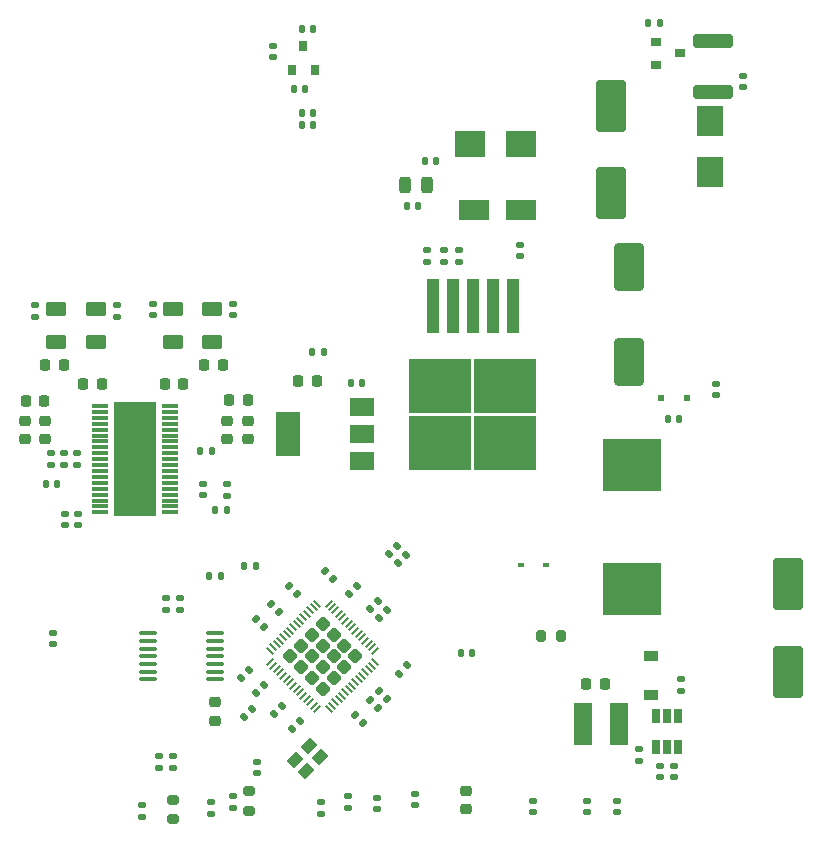
<source format=gbr>
G04 #@! TF.GenerationSoftware,KiCad,Pcbnew,(6.0.7)*
G04 #@! TF.CreationDate,2022-07-29T08:46:11-07:00*
G04 #@! TF.ProjectId,SJ-201-R10,534a2d32-3031-42d5-9231-302e6b696361,rev?*
G04 #@! TF.SameCoordinates,Original*
G04 #@! TF.FileFunction,Paste,Top*
G04 #@! TF.FilePolarity,Positive*
%FSLAX46Y46*%
G04 Gerber Fmt 4.6, Leading zero omitted, Abs format (unit mm)*
G04 Created by KiCad (PCBNEW (6.0.7)) date 2022-07-29 08:46:11*
%MOMM*%
%LPD*%
G01*
G04 APERTURE LIST*
G04 Aperture macros list*
%AMRoundRect*
0 Rectangle with rounded corners*
0 $1 Rounding radius*
0 $2 $3 $4 $5 $6 $7 $8 $9 X,Y pos of 4 corners*
0 Add a 4 corners polygon primitive as box body*
4,1,4,$2,$3,$4,$5,$6,$7,$8,$9,$2,$3,0*
0 Add four circle primitives for the rounded corners*
1,1,$1+$1,$2,$3*
1,1,$1+$1,$4,$5*
1,1,$1+$1,$6,$7*
1,1,$1+$1,$8,$9*
0 Add four rect primitives between the rounded corners*
20,1,$1+$1,$2,$3,$4,$5,0*
20,1,$1+$1,$4,$5,$6,$7,0*
20,1,$1+$1,$6,$7,$8,$9,0*
20,1,$1+$1,$8,$9,$2,$3,0*%
%AMRotRect*
0 Rectangle, with rotation*
0 The origin of the aperture is its center*
0 $1 length*
0 $2 width*
0 $3 Rotation angle, in degrees counterclockwise*
0 Add horizontal line*
21,1,$1,$2,0,0,$3*%
G04 Aperture macros list end*
%ADD10C,0.152400*%
%ADD11RoundRect,0.147500X0.172500X-0.147500X0.172500X0.147500X-0.172500X0.147500X-0.172500X-0.147500X0*%
%ADD12RoundRect,0.147500X-0.147500X-0.172500X0.147500X-0.172500X0.147500X0.172500X-0.147500X0.172500X0*%
%ADD13R,0.900000X0.800000*%
%ADD14RoundRect,0.147500X-0.172500X0.147500X-0.172500X-0.147500X0.172500X-0.147500X0.172500X0.147500X0*%
%ADD15R,5.000000X4.500000*%
%ADD16R,1.500000X3.600000*%
%ADD17R,0.800000X0.900000*%
%ADD18RoundRect,0.147500X0.147500X0.172500X-0.147500X0.172500X-0.147500X-0.172500X0.147500X-0.172500X0*%
%ADD19RoundRect,0.147500X-0.017678X0.226274X-0.226274X0.017678X0.017678X-0.226274X0.226274X-0.017678X0*%
%ADD20RoundRect,0.147500X-0.226274X-0.017678X-0.017678X-0.226274X0.226274X0.017678X0.017678X0.226274X0*%
%ADD21R,0.500000X0.500000*%
%ADD22RoundRect,0.147500X0.017678X-0.226274X0.226274X-0.017678X-0.017678X0.226274X-0.226274X0.017678X0*%
%ADD23R,5.250000X4.550000*%
%ADD24R,1.100000X4.600000*%
%ADD25RoundRect,0.250000X-1.000000X1.750000X-1.000000X-1.750000X1.000000X-1.750000X1.000000X1.750000X0*%
%ADD26RoundRect,0.147500X0.226274X0.017678X0.017678X0.226274X-0.226274X-0.017678X-0.017678X-0.226274X0*%
%ADD27R,2.500000X1.800000*%
%ADD28RoundRect,0.250000X-1.000000X1.950000X-1.000000X-1.950000X1.000000X-1.950000X1.000000X1.950000X0*%
%ADD29RoundRect,0.100000X-0.637500X-0.100000X0.637500X-0.100000X0.637500X0.100000X-0.637500X0.100000X0*%
%ADD30RoundRect,0.218750X0.256250X-0.218750X0.256250X0.218750X-0.256250X0.218750X-0.256250X-0.218750X0*%
%ADD31R,1.200000X0.900000*%
%ADD32RotRect,1.100000X0.900000X45.000000*%
%ADD33RoundRect,0.250000X1.450000X-0.312500X1.450000X0.312500X-1.450000X0.312500X-1.450000X-0.312500X0*%
%ADD34R,0.650000X1.220000*%
%ADD35RoundRect,0.218750X-0.218750X-0.256250X0.218750X-0.256250X0.218750X0.256250X-0.218750X0.256250X0*%
%ADD36RoundRect,0.243750X0.243750X0.456250X-0.243750X0.456250X-0.243750X-0.456250X0.243750X-0.456250X0*%
%ADD37RoundRect,0.218750X-0.256250X0.218750X-0.256250X-0.218750X0.256250X-0.218750X0.256250X0.218750X0*%
%ADD38R,2.000000X1.500000*%
%ADD39R,2.000000X3.800000*%
%ADD40R,1.400000X0.299999*%
%ADD41R,3.600000X9.700001*%
%ADD42RoundRect,0.250000X-0.625000X0.375000X-0.625000X-0.375000X0.625000X-0.375000X0.625000X0.375000X0*%
%ADD43RoundRect,0.218750X0.218750X0.256250X-0.218750X0.256250X-0.218750X-0.256250X0.218750X-0.256250X0*%
%ADD44RoundRect,0.135000X0.135000X0.185000X-0.135000X0.185000X-0.135000X-0.185000X0.135000X-0.185000X0*%
%ADD45RoundRect,0.249999X0.388910X0.000000X0.000000X0.388910X-0.388910X0.000000X0.000000X-0.388910X0*%
%ADD46RoundRect,0.050000X0.291682X-0.220971X-0.220971X0.291682X-0.291682X0.220971X0.220971X-0.291682X0*%
%ADD47RoundRect,0.050000X0.220971X0.291682X-0.291682X-0.220971X-0.220971X-0.291682X0.291682X0.220971X0*%
%ADD48RoundRect,0.050000X0.291682X0.220971X0.220971X0.291682X-0.291682X-0.220971X-0.220971X-0.291682X0*%
%ADD49RoundRect,0.050000X-0.220971X0.291682X-0.291682X0.220971X0.220971X-0.291682X0.291682X-0.220971X0*%
%ADD50RoundRect,0.050000X-0.291682X0.220971X0.220971X-0.291682X0.291682X-0.220971X-0.220971X0.291682X0*%
%ADD51RoundRect,0.200000X0.200000X0.275000X-0.200000X0.275000X-0.200000X-0.275000X0.200000X-0.275000X0*%
%ADD52RoundRect,0.135000X0.185000X-0.135000X0.185000X0.135000X-0.185000X0.135000X-0.185000X-0.135000X0*%
%ADD53RoundRect,0.200000X0.275000X-0.200000X0.275000X0.200000X-0.275000X0.200000X-0.275000X-0.200000X0*%
%ADD54RoundRect,0.140000X-0.170000X0.140000X-0.170000X-0.140000X0.170000X-0.140000X0.170000X0.140000X0*%
%ADD55R,0.600000X0.450000*%
%ADD56R,2.500000X2.300000*%
%ADD57RoundRect,0.140000X-0.140000X-0.170000X0.140000X-0.170000X0.140000X0.170000X-0.140000X0.170000X0*%
%ADD58RoundRect,0.140000X0.170000X-0.140000X0.170000X0.140000X-0.170000X0.140000X-0.170000X-0.140000X0*%
%ADD59RoundRect,0.200000X-0.275000X0.200000X-0.275000X-0.200000X0.275000X-0.200000X0.275000X0.200000X0*%
%ADD60R,2.300000X2.500000*%
G04 APERTURE END LIST*
D10*
G04 #@! TO.C,U3*
X12684447Y-35309812D02*
X12691968Y-35313830D01*
X9818631Y-35325832D02*
X9824041Y-35319240D01*
X12711300Y-35350000D02*
X12711300Y-39963000D01*
X9846314Y-40005665D02*
X9838153Y-40003188D01*
X12710464Y-39971486D02*
X12707987Y-39979648D01*
X9812136Y-35341514D02*
X9814613Y-35333352D01*
X12698559Y-39993760D02*
X12691968Y-39999170D01*
X9824041Y-35319240D02*
X9830632Y-35313830D01*
X9811300Y-39963000D02*
X9811300Y-35350000D01*
X9846314Y-35307335D02*
X9854800Y-35306500D01*
X12703969Y-35325832D02*
X12707987Y-35333352D01*
X12707987Y-39979648D02*
X12703969Y-39987168D01*
X9814613Y-35333352D02*
X9818631Y-35325832D01*
X12698559Y-35319240D02*
X12703969Y-35325832D01*
X12710464Y-35341514D02*
X12711300Y-35350000D01*
X12676286Y-35307335D02*
X12684447Y-35309812D01*
X12703969Y-39987168D02*
X12698559Y-39993760D01*
X9838153Y-40003188D02*
X9830632Y-39999170D01*
X12707987Y-35333352D02*
X12710464Y-35341514D01*
X12691968Y-35313830D02*
X12698559Y-35319240D01*
X12667800Y-35306500D02*
X12676286Y-35307335D01*
X12684447Y-40003188D02*
X12676286Y-40005665D01*
X9814613Y-39979648D02*
X9812136Y-39971486D01*
X9854800Y-40006500D02*
X9846314Y-40005665D01*
X9830632Y-39999170D02*
X9824041Y-39993760D01*
X9824041Y-39993760D02*
X9818631Y-39987168D01*
X9854800Y-35306500D02*
X12667800Y-35306500D01*
X9812136Y-39971486D02*
X9811300Y-39963000D01*
X9830632Y-35313830D02*
X9838153Y-35309812D01*
X12676286Y-40005665D02*
X12667800Y-40006500D01*
X9811300Y-35350000D02*
X9812136Y-35341514D01*
X9818631Y-39987168D02*
X9814613Y-39979648D01*
X12691968Y-39999170D02*
X12684447Y-40003188D01*
X9838153Y-35309812D02*
X9846314Y-35307335D01*
X12667800Y-40006500D02*
X9854800Y-40006500D01*
X12711300Y-39963000D02*
X12710464Y-39971486D01*
G04 #@! TD*
D11*
G04 #@! TO.C,R16*
X52070000Y-67541000D03*
X52070000Y-66571000D03*
G04 #@! TD*
G04 #@! TO.C,R33*
X45021500Y-67541000D03*
X45021500Y-66571000D03*
G04 #@! TD*
D12*
G04 #@! TO.C,R20*
X25423000Y-8306840D03*
X26393000Y-8306840D03*
G04 #@! TD*
G04 #@! TO.C,R25*
X25423000Y-9398000D03*
X26393000Y-9398000D03*
G04 #@! TD*
D13*
G04 #@! TO.C,Q3*
X55388000Y-2352000D03*
X55388000Y-4252000D03*
X57388000Y-3302000D03*
G04 #@! TD*
D14*
G04 #@! TO.C,R22*
X31750000Y-66317000D03*
X31750000Y-67287000D03*
G04 #@! TD*
D15*
G04 #@! TO.C,L1*
X53340000Y-38184000D03*
X53340000Y-48684000D03*
G04 #@! TD*
D14*
G04 #@! TO.C,R42*
X49530000Y-66571000D03*
X49530000Y-67541000D03*
G04 #@! TD*
G04 #@! TO.C,R38*
X21590000Y-63269000D03*
X21590000Y-64239000D03*
G04 #@! TD*
D16*
G04 #@! TO.C,L2*
X52267940Y-60109820D03*
X49217940Y-60109820D03*
G04 #@! TD*
D17*
G04 #@! TO.C,Q1*
X24590000Y-4712000D03*
X26490000Y-4712000D03*
X25540000Y-2712000D03*
G04 #@! TD*
D18*
G04 #@! TO.C,R2*
X25709380Y-6316140D03*
X24739380Y-6316140D03*
G04 #@! TD*
D12*
G04 #@! TO.C,R18*
X25423000Y-1270000D03*
X26393000Y-1270000D03*
G04 #@! TD*
D19*
G04 #@! TO.C,R32*
X25234947Y-59855053D03*
X24549053Y-60540947D03*
G04 #@! TD*
D20*
G04 #@! TO.C,C40*
X29883053Y-59347053D03*
X30568947Y-60032947D03*
G04 #@! TD*
D18*
G04 #@! TO.C,R27*
X55730000Y-762000D03*
X54760000Y-762000D03*
G04 #@! TD*
D14*
G04 #@! TO.C,C8*
X38700000Y-19965000D03*
X38700000Y-20935000D03*
G04 #@! TD*
D21*
G04 #@! TO.C,D1*
X55796000Y-32512000D03*
X57996000Y-32512000D03*
G04 #@! TD*
D12*
G04 #@! TO.C,C28*
X56411000Y-34290000D03*
X57381000Y-34290000D03*
G04 #@! TD*
D19*
G04 #@! TO.C,R41*
X34290000Y-55118000D03*
X33604106Y-55803894D03*
G04 #@! TD*
D22*
G04 #@! TO.C,C35*
X31153053Y-50380947D03*
X31838947Y-49695053D03*
G04 #@! TD*
G04 #@! TO.C,R34*
X32804053Y-45681947D03*
X33489947Y-44996053D03*
G04 #@! TD*
D14*
G04 #@! TO.C,R8*
X37450000Y-19965000D03*
X37450000Y-20935000D03*
G04 #@! TD*
D11*
G04 #@! TO.C,R39*
X13884000Y-50385000D03*
X13884000Y-49415000D03*
G04 #@! TD*
G04 #@! TO.C,C3*
X36000000Y-20935000D03*
X36000000Y-19965000D03*
G04 #@! TD*
D23*
G04 #@! TO.C,U1*
X37103000Y-31430000D03*
X42653000Y-31430000D03*
X37103000Y-36280000D03*
X42653000Y-36280000D03*
D24*
X43278000Y-24705000D03*
X41578000Y-24705000D03*
X39878000Y-24705000D03*
X38178000Y-24705000D03*
X36478000Y-24705000D03*
G04 #@! TD*
D25*
G04 #@! TO.C,C1*
X53086000Y-21400000D03*
X53086000Y-29400000D03*
G04 #@! TD*
D14*
G04 #@! TO.C,R40*
X15084000Y-49415000D03*
X15084000Y-50385000D03*
G04 #@! TD*
D26*
G04 #@! TO.C,C41*
X23456947Y-50634947D03*
X22771053Y-49949053D03*
G04 #@! TD*
D11*
G04 #@! TO.C,C63*
X62800000Y-6185000D03*
X62800000Y-5215000D03*
G04 #@! TD*
D20*
G04 #@! TO.C,C48*
X31153053Y-58077053D03*
X31838947Y-58762947D03*
G04 #@! TD*
D22*
G04 #@! TO.C,C42*
X29375053Y-49110947D03*
X30060947Y-48425053D03*
G04 #@! TD*
D20*
G04 #@! TO.C,C46*
X31915053Y-57315053D03*
X32600947Y-58000947D03*
G04 #@! TD*
D27*
G04 #@! TO.C,D14*
X40000000Y-16575000D03*
X44000000Y-16575000D03*
G04 #@! TD*
D12*
G04 #@! TO.C,C43*
X38859600Y-54102000D03*
X39829600Y-54102000D03*
G04 #@! TD*
D22*
G04 #@! TO.C,C44*
X31915053Y-51142947D03*
X32600947Y-50457053D03*
G04 #@! TD*
D19*
G04 #@! TO.C,C45*
X21170947Y-58839053D03*
X20485053Y-59524947D03*
G04 #@! TD*
D26*
G04 #@! TO.C,C53*
X28028947Y-47840947D03*
X27343053Y-47155053D03*
G04 #@! TD*
D19*
G04 #@! TO.C,C50*
X23710947Y-58585053D03*
X23025053Y-59270947D03*
G04 #@! TD*
D14*
G04 #@! TO.C,C4*
X60477400Y-31265000D03*
X60477400Y-32235000D03*
G04 #@! TD*
D12*
G04 #@! TO.C,C55*
X35837000Y-12446000D03*
X36807000Y-12446000D03*
G04 #@! TD*
D18*
G04 #@! TO.C,C57*
X35283000Y-16256000D03*
X34313000Y-16256000D03*
G04 #@! TD*
D26*
G04 #@! TO.C,C49*
X22186947Y-51904947D03*
X21501053Y-51219053D03*
G04 #@! TD*
G04 #@! TO.C,C47*
X24980947Y-49110947D03*
X24295053Y-48425053D03*
G04 #@! TD*
D11*
G04 #@! TO.C,C51*
X11887200Y-67947400D03*
X11887200Y-66977400D03*
G04 #@! TD*
D19*
G04 #@! TO.C,C52*
X20916947Y-55537053D03*
X20231053Y-56222947D03*
G04 #@! TD*
D14*
G04 #@! TO.C,R1*
X43861000Y-19504200D03*
X43861000Y-20474200D03*
G04 #@! TD*
D28*
G04 #@! TO.C,C6*
X66598800Y-48243000D03*
X66598800Y-55643000D03*
G04 #@! TD*
D29*
G04 #@! TO.C,U5*
X12371500Y-52400000D03*
X12371500Y-53050000D03*
X12371500Y-53700000D03*
X12371500Y-54350000D03*
X12371500Y-55000000D03*
X12371500Y-55650000D03*
X12371500Y-56300000D03*
X18096500Y-56300000D03*
X18096500Y-55650000D03*
X18096500Y-55000000D03*
X18096500Y-54350000D03*
X18096500Y-53700000D03*
X18096500Y-53050000D03*
X18096500Y-52400000D03*
G04 #@! TD*
D30*
G04 #@! TO.C,R24*
X18100000Y-59787500D03*
X18100000Y-58212500D03*
G04 #@! TD*
D14*
G04 #@! TO.C,C7*
X53928100Y-62219000D03*
X53928100Y-63189000D03*
G04 #@! TD*
G04 #@! TO.C,R4*
X55704000Y-63619000D03*
X55704000Y-64589000D03*
G04 #@! TD*
G04 #@! TO.C,C5*
X57479020Y-56284720D03*
X57479020Y-57254720D03*
G04 #@! TD*
D31*
G04 #@! TO.C,D15*
X54941560Y-57632320D03*
X54941560Y-54332320D03*
G04 #@! TD*
D32*
G04 #@! TO.C,X1*
X25766579Y-64052660D03*
X26968660Y-62850579D03*
X26049421Y-61931340D03*
X24847340Y-63133421D03*
G04 #@! TD*
D33*
G04 #@! TO.C,FB8*
X60200000Y-6537500D03*
X60200000Y-2262500D03*
G04 #@! TD*
D28*
G04 #@! TO.C,C64*
X51562000Y-7730000D03*
X51562000Y-15130000D03*
G04 #@! TD*
D22*
G04 #@! TO.C,R5*
X33566053Y-46443947D03*
X34251947Y-45758053D03*
G04 #@! TD*
D34*
G04 #@! TO.C,U7*
X55386020Y-62042120D03*
X56336020Y-62042120D03*
X57286020Y-62042120D03*
X57286020Y-59422120D03*
X56336020Y-59422120D03*
X55386020Y-59422120D03*
G04 #@! TD*
D35*
G04 #@! TO.C,C37*
X49488080Y-56685900D03*
X51063080Y-56685900D03*
G04 #@! TD*
D11*
G04 #@! TO.C,R3*
X56904000Y-64589000D03*
X56904000Y-63619000D03*
G04 #@! TD*
D36*
G04 #@! TO.C,FB5*
X35989500Y-14478000D03*
X34114500Y-14478000D03*
G04 #@! TD*
D37*
G04 #@! TO.C,C17*
X3692500Y-34382700D03*
X3692500Y-35957700D03*
G04 #@! TD*
G04 #@! TO.C,C20*
X1990700Y-34382700D03*
X1990700Y-35957700D03*
G04 #@! TD*
D35*
G04 #@! TO.C,C19*
X2015900Y-32731800D03*
X3590900Y-32731800D03*
G04 #@! TD*
D37*
G04 #@! TO.C,R19*
X39300000Y-65712500D03*
X39300000Y-67287500D03*
G04 #@! TD*
D14*
G04 #@! TO.C,C62*
X12811000Y-24499800D03*
X12811000Y-25469800D03*
G04 #@! TD*
D38*
G04 #@! TO.C,U4*
X30525500Y-37830500D03*
D39*
X24225500Y-35530500D03*
D38*
X30525500Y-35530500D03*
X30525500Y-33230500D03*
G04 #@! TD*
D14*
G04 #@! TO.C,R6*
X6361300Y-37171500D03*
X6361300Y-38141500D03*
G04 #@! TD*
D40*
G04 #@! TO.C,U3*
X8311301Y-33156499D03*
X8311301Y-33656498D03*
X8311301Y-34156499D03*
X8311301Y-34656498D03*
X8311301Y-35156500D03*
X8311301Y-35656499D03*
X8311301Y-36156498D03*
X8311301Y-36656499D03*
X8311301Y-37156498D03*
X8311301Y-37656500D03*
X8311301Y-38156499D03*
X8311301Y-38656498D03*
X8311301Y-39156500D03*
X8311301Y-39656499D03*
X8311301Y-40156500D03*
X8311301Y-40656499D03*
X8311301Y-41156498D03*
X8311301Y-41656500D03*
X8311301Y-42156499D03*
X14211302Y-42156499D03*
X14211302Y-41656500D03*
X14211302Y-41156498D03*
X14211302Y-40656499D03*
X14211302Y-40156500D03*
X14211302Y-39656499D03*
X14211302Y-39156500D03*
X14211302Y-38656498D03*
X14211302Y-38156499D03*
X14211302Y-37656500D03*
X14211302Y-37156498D03*
X14211302Y-36656499D03*
X14211302Y-36156498D03*
X14211302Y-35656499D03*
X14211302Y-35156500D03*
X14211302Y-34656498D03*
X14211302Y-34156499D03*
X14211302Y-33656498D03*
X14211302Y-33156499D03*
D41*
X11261300Y-37656500D03*
G04 #@! TD*
D14*
G04 #@! TO.C,C10*
X4211300Y-37171500D03*
X4211300Y-38141500D03*
G04 #@! TD*
G04 #@! TO.C,C61*
X5334000Y-42263200D03*
X5334000Y-43233200D03*
G04 #@! TD*
D35*
G04 #@! TO.C,C60*
X25112500Y-31000000D03*
X26687500Y-31000000D03*
G04 #@! TD*
D12*
G04 #@! TO.C,R50*
X18085680Y-41945920D03*
X19055680Y-41945920D03*
G04 #@! TD*
D18*
G04 #@! TO.C,C59*
X30520499Y-31178500D03*
X29550499Y-31178500D03*
G04 #@! TD*
D42*
G04 #@! TO.C,FB4*
X14538200Y-24931000D03*
X14538200Y-27731000D03*
G04 #@! TD*
G04 #@! TO.C,FB3*
X17840200Y-24931000D03*
X17840200Y-27731000D03*
G04 #@! TD*
D14*
G04 #@! TO.C,C11*
X5281300Y-37166500D03*
X5281300Y-38136500D03*
G04 #@! TD*
D35*
G04 #@! TO.C,C23*
X13801500Y-31309400D03*
X15376500Y-31309400D03*
G04 #@! TD*
D12*
G04 #@! TO.C,C16*
X3736300Y-39751500D03*
X4706300Y-39751500D03*
G04 #@! TD*
D35*
G04 #@! TO.C,C26*
X17154300Y-29645700D03*
X18729300Y-29645700D03*
G04 #@! TD*
D37*
G04 #@! TO.C,C14*
X20896300Y-34382700D03*
X20896300Y-35957700D03*
G04 #@! TD*
D14*
G04 #@! TO.C,C39*
X19592800Y-24499800D03*
X19592800Y-25469800D03*
G04 #@! TD*
D35*
G04 #@! TO.C,C18*
X19273400Y-32675700D03*
X20848400Y-32675700D03*
G04 #@! TD*
D11*
G04 #@! TO.C,C24*
X19114100Y-40746900D03*
X19114100Y-39776900D03*
G04 #@! TD*
G04 #@! TO.C,C21*
X17082100Y-40723900D03*
X17082100Y-39753900D03*
G04 #@! TD*
D14*
G04 #@! TO.C,C12*
X6454000Y-42268200D03*
X6454000Y-43238200D03*
G04 #@! TD*
D37*
G04 #@! TO.C,C13*
X19071300Y-34382700D03*
X19071300Y-35957700D03*
G04 #@! TD*
D18*
G04 #@! TO.C,C15*
X17782400Y-36957000D03*
X16812400Y-36957000D03*
G04 #@! TD*
D42*
G04 #@! TO.C,FB1*
X4581400Y-24931000D03*
X4581400Y-27731000D03*
G04 #@! TD*
G04 #@! TO.C,FB2*
X7946900Y-24931000D03*
X7946900Y-27731000D03*
G04 #@! TD*
D14*
G04 #@! TO.C,C27*
X2854200Y-24626800D03*
X2854200Y-25596800D03*
G04 #@! TD*
D43*
G04 #@! TO.C,C25*
X5241900Y-29645700D03*
X3666900Y-29645700D03*
G04 #@! TD*
G04 #@! TO.C,C22*
X8467700Y-31309400D03*
X6892700Y-31309400D03*
G04 #@! TD*
D14*
G04 #@! TO.C,C38*
X9788400Y-24626800D03*
X9788400Y-25596800D03*
G04 #@! TD*
D11*
G04 #@! TO.C,R65*
X17750000Y-67687000D03*
X17750000Y-66717000D03*
G04 #@! TD*
D44*
G04 #@! TO.C,R10*
X18594800Y-47548800D03*
X17574800Y-47548800D03*
G04 #@! TD*
D19*
G04 #@! TO.C,C36*
X22186947Y-56807053D03*
X21501053Y-57492947D03*
G04 #@! TD*
D45*
G04 #@! TO.C,U8*
X29016478Y-53436761D03*
X27178000Y-51598284D03*
X29935716Y-54356000D03*
X24420284Y-54356000D03*
X29016478Y-55275239D03*
X25339522Y-55275239D03*
X27178000Y-53436761D03*
X26258761Y-54356000D03*
X26258761Y-52517522D03*
X27178000Y-57113716D03*
X25339522Y-53436761D03*
X28097239Y-54356000D03*
X28097239Y-52517522D03*
X27178000Y-55275239D03*
X28097239Y-56194478D03*
X26258761Y-56194478D03*
D46*
X27672975Y-58810773D03*
X27955817Y-58527930D03*
X28238660Y-58245087D03*
X28521503Y-57962245D03*
X28804346Y-57679402D03*
X29087188Y-57396559D03*
X29370031Y-57113716D03*
X29652874Y-56830874D03*
X29935716Y-56548031D03*
X30218559Y-56265188D03*
X30501402Y-55982346D03*
X30784245Y-55699503D03*
X31067087Y-55416660D03*
X31349930Y-55133817D03*
X31632773Y-54850975D03*
D47*
X31632773Y-53861025D03*
X31349930Y-53578183D03*
D48*
X31067087Y-53295340D03*
X30784245Y-53012497D03*
X30501402Y-52729654D03*
X30218559Y-52446812D03*
X29935716Y-52163969D03*
X29652874Y-51881126D03*
X29370031Y-51598284D03*
X29087188Y-51315441D03*
X28804346Y-51032598D03*
X28521503Y-50749755D03*
X28238660Y-50466913D03*
X27955817Y-50184070D03*
X27672975Y-49901227D03*
D49*
X26683025Y-49901227D03*
X26400183Y-50184070D03*
X26117340Y-50466913D03*
X25834497Y-50749755D03*
D46*
X25551654Y-51032598D03*
X25268812Y-51315441D03*
X24985969Y-51598284D03*
X24703126Y-51881126D03*
X24420284Y-52163969D03*
X24137441Y-52446812D03*
X23854598Y-52729654D03*
X23571755Y-53012497D03*
X23288913Y-53295340D03*
X23006070Y-53578183D03*
D50*
X22723227Y-53861025D03*
D47*
X22723227Y-54850975D03*
X23006070Y-55133817D03*
X23288913Y-55416660D03*
X23571755Y-55699503D03*
X23854598Y-55982346D03*
X24137441Y-56265188D03*
D48*
X24420284Y-56548031D03*
X24703126Y-56830874D03*
X24985969Y-57113716D03*
X25268812Y-57396559D03*
X25551654Y-57679402D03*
X25834497Y-57962245D03*
X26117340Y-58245087D03*
X26400183Y-58527930D03*
X26683025Y-58810773D03*
G04 #@! TD*
D51*
G04 #@! TO.C,R21*
X47325000Y-52600000D03*
X45675000Y-52600000D03*
G04 #@! TD*
D52*
G04 #@! TO.C,R9*
X14500000Y-63810000D03*
X14500000Y-62790000D03*
G04 #@! TD*
G04 #@! TO.C,R14*
X27000000Y-67710000D03*
X27000000Y-66690000D03*
G04 #@! TD*
D53*
G04 #@! TO.C,R11*
X20900000Y-67425000D03*
X20900000Y-65775000D03*
G04 #@! TD*
D54*
G04 #@! TO.C,C65*
X35001200Y-65966400D03*
X35001200Y-66926400D03*
G04 #@! TD*
D55*
G04 #@! TO.C,D19*
X46050000Y-46600000D03*
X43950000Y-46600000D03*
G04 #@! TD*
D56*
G04 #@! TO.C,D20*
X39650000Y-11000000D03*
X43950000Y-11000000D03*
G04 #@! TD*
D57*
G04 #@! TO.C,C32*
X20551200Y-46685200D03*
X21511200Y-46685200D03*
G04 #@! TD*
D52*
G04 #@! TO.C,R12*
X19600000Y-67220000D03*
X19600000Y-66200000D03*
G04 #@! TD*
D58*
G04 #@! TO.C,C2*
X22936200Y-3604200D03*
X22936200Y-2644200D03*
G04 #@! TD*
D59*
G04 #@! TO.C,R64*
X14478000Y-66485000D03*
X14478000Y-68135000D03*
G04 #@! TD*
D54*
G04 #@! TO.C,C29*
X4318000Y-52352000D03*
X4318000Y-53312000D03*
G04 #@! TD*
D60*
G04 #@! TO.C,D16*
X60000000Y-9050000D03*
X60000000Y-13350000D03*
G04 #@! TD*
D52*
G04 #@! TO.C,R15*
X29300000Y-67220000D03*
X29300000Y-66200000D03*
G04 #@! TD*
D57*
G04 #@! TO.C,C33*
X26291600Y-28600400D03*
X27251600Y-28600400D03*
G04 #@! TD*
D52*
G04 #@! TO.C,R7*
X13300000Y-63810000D03*
X13300000Y-62790000D03*
G04 #@! TD*
M02*

</source>
